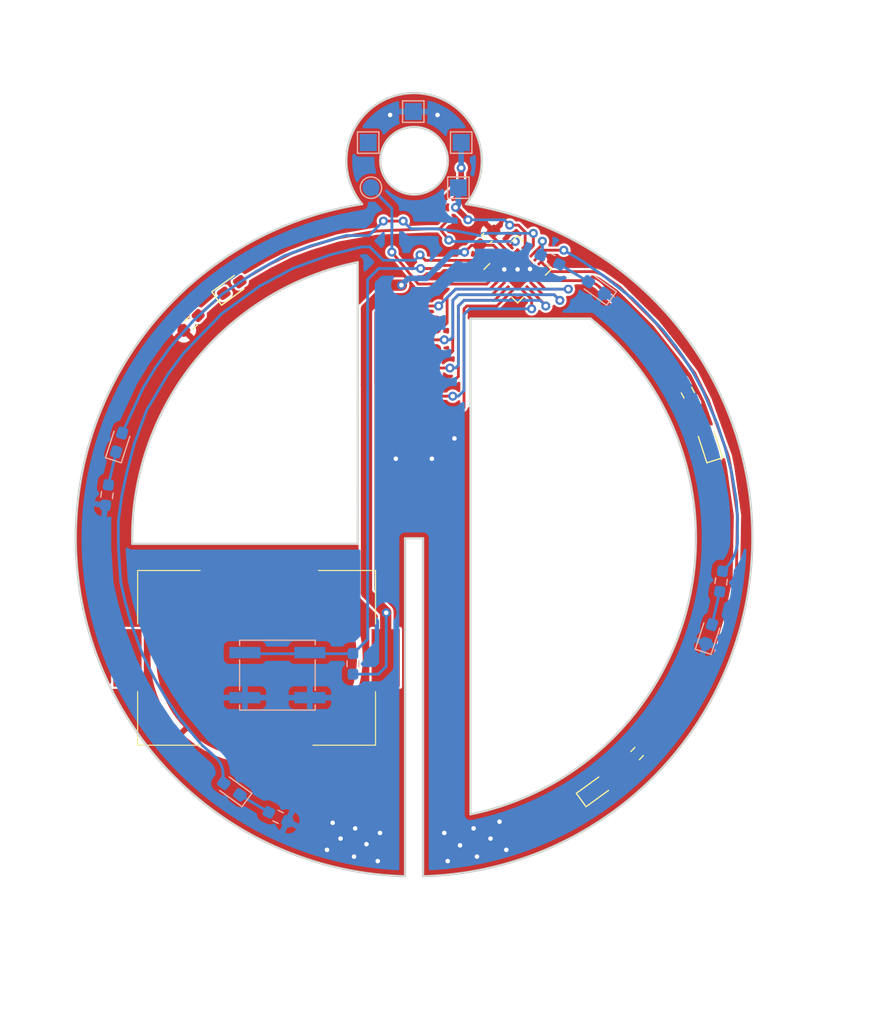
<source format=kicad_pcb>
(kicad_pcb (version 20211014) (generator pcbnew)
  (layers (0 "F.Cu" signal) (31 "B.Cu" signal) (34 "B.Paste" user) (35 "F.Paste" user) (36 "B.SilkS" user "B.Silkscreen") (37 "F.SilkS" user "F.Silkscreen") (38 "B.Mask" user) (39 "F.Mask" user) (44 "Edge.Cuts" user))
  (net 0 "")
  (net 1 "+3V0")
  (net 2 "GND")
  (net 3 "Net-(D9-Pad1)")
  (net 4 "Net-(D11-Pad2)")
  (net 5 "Net-(D12-Pad2)")
  (net 6 "Net-(D14-Pad2)")
  (net 7 "/Main Half/!MCLR")
  (net 8 "/Main Half/LED_13")
  (net 9 "/Main Half/LED_12")
  (net 10 "/Main Half/LED_11")
  (net 11 "/Main Half/LED_14")
  (net 12 "/Main Half/LED_15")
  (net 13 "/Main Half/USER_BTN")
  (net 14 "/Main Half/LED_7")
  (net 15 "/Main Half/LED_6")
  (net 16 "/Main Half/LED_5")
  (net 17 "/Main Half/LED_10")
  (net 18 "/Main Half/LED_9")
  (net 19 "/Main Half/LED_8")
  (net 20 "/Main Half/LED_2")
  (net 21 "/Main Half/LED_1")
  (net 22 "/Main Half/LED_0")
  (net 23 "/Main Half/LED_3")
  (net 24 "/Main Half/PGD")
  (net 25 "/Main Half/PGC")
  (net 26 "/Main Half/VDD")
  (net 27 "Net-(D10-Pad1)")
  (net 28 "Net-(D15-Pad2)")
  (net 29 "Net-(D16-Pad1)")
  (net 30 "Net-(IC1-Pad15)")
  (footprint "NetTie:NetTie-2_SMD_Pad0.5mm" (layer "F.Cu") (at 128.412372 65.47216 -45)
    (fp_text reference "NT1" hide)
    (fp_text value "NetTie_2" hide)
    (fp_poly (pts (xy -0.5 -0.25) (xy 0.5 -0.25) (xy 0.5 0.25) (xy -0.5 0.25)) (layer "F.Cu") (width 0) (fill solid))
    (pad "1" smd circle (at -0.5 0 315) (size 0.5 0.5) (layers "F.Cu") (net 24 "/Main Half/PGD"))
    (pad "2" smd circle (at 0.5 0 315) (size 0.5 0.5) (layers "F.Cu") (net 22 "/Main Half/LED_0"))
  )
  (footprint "LED_SMD:LED_0603_1608Metric_Pad1.05x0.95mm_HandSolder" (layer "F.Cu") (at 109.568278 71.829293 36)
    (fp_text reference "D9")
    (fp_text value "LED")
    (fp_line (start -1.66 0.735) (end 0.8 0.735) (layer "F.SilkS") (width 0.12))
    (fp_line (start 0.8 -0.735) (end -1.66 -0.735) (layer "F.SilkS") (width 0.12))
    (fp_line (start -1.66 -0.735) (end -1.66 0.735) (layer "F.SilkS") (width 0.12))
    (pad "1" smd roundrect (at -0.875 0 36) (size 1.05 0.95) (layers "F.Cu" "F.Paste" "F.Mask") (net 3 "Net-(D9-Pad1)"))
    (pad "2" smd roundrect (at 0.875 0 36) (size 1.05 0.95) (layers "F.Cu" "F.Paste" "F.Mask") (net 22 "/Main Half/LED_0"))
  )
  (footprint "LED_SMD:LED_0603_1608Metric_Pad1.05x0.95mm_HandSolder" (layer "F.Cu") (at 141.896466 116.325227 36)
    (fp_text reference "D12")
    (fp_text value "LED")
    (fp_line (start -1.66 -0.735) (end -1.66 0.735) (layer "F.SilkS") (width 0.12))
    (fp_line (start 0.8 -0.735) (end -1.66 -0.735) (layer "F.SilkS") (width 0.12))
    (fp_line (start -1.66 0.735) (end 0.8 0.735) (layer "F.SilkS") (width 0.12))
    (pad "1" smd roundrect (at -0.875 0 36) (size 1.05 0.95) (layers "F.Cu" "F.Paste" "F.Mask") (net 2 "GND"))
    (pad "2" smd roundrect (at 0.875 0 36) (size 1.05 0.95) (layers "F.Cu" "F.Paste" "F.Mask") (net 5 "Net-(D12-Pad2)"))
  )
  (footprint "NetTie:NetTie-2_SMD_Pad0.5mm" (layer "F.Cu") (at 130.162372 65.47216 -45)
    (fp_text reference "NT2" hide)
    (fp_text value "NetTie_2" hide)
    (fp_poly (pts (xy -0.5 -0.25) (xy 0.5 -0.25) (xy 0.5 0.25) (xy -0.5 0.25)) (layer "F.Cu") (width 0) (fill solid))
    (pad "1" smd circle (at -0.5 0 315) (size 0.5 0.5) (layers "F.Cu") (net 25 "/Main Half/PGC"))
    (pad "2" smd circle (at 0.5 0 315) (size 0.5 0.5) (layers "F.Cu") (net 30 "Net-(IC1-Pad15)"))
  )
  (footprint "LED_SMD:LED_0603_1608Metric_Pad1.05x0.95mm_HandSolder" (layer "F.Cu") (at 151.886426 85.579293 108)
    (fp_text reference "D14")
    (fp_text value "LED")
    (fp_line (start 0.8 -0.735) (end -1.66 -0.735) (layer "F.SilkS") (width 0.12))
    (fp_line (start -1.66 0.735) (end 0.8 0.735) (layer "F.SilkS") (width 0.12))
    (fp_line (start -1.66 -0.735) (end -1.66 0.735) (layer "F.SilkS") (width 0.12))
    (pad "1" smd roundrect (at -0.875 0 108) (size 1.05 0.95) (layers "F.Cu" "F.Paste" "F.Mask") (net 2 "GND"))
    (pad "2" smd roundrect (at 0.875 0 108) (size 1.05 0.95) (layers "F.Cu" "F.Paste" "F.Mask") (net 6 "Net-(D14-Pad2)"))
  )
  (footprint "Capacitor_SMD:C_0603_1608Metric_Pad1.08x0.95mm_HandSolder" (layer "F.Cu") (at 132.162372 67.47216 45)
    (fp_text reference "C1")
    (fp_text value "100n" hide)
    (fp_line (start -0.146267 0.51) (end 0.146267 0.51) (layer "F.SilkS") (width 0.12))
    (fp_line (start -0.146267 -0.51) (end 0.146267 -0.51) (layer "F.SilkS") (width 0.12))
    (pad "1" smd roundrect (at -0.8625 0 45) (size 1.075 0.95) (layers "F.Cu" "F.Paste" "F.Mask") (net 1 "+3V0"))
    (pad "2" smd roundrect (at 0.8625 0 45) (size 1.075 0.95) (layers "F.Cu" "F.Paste" "F.Mask") (net 2 "GND"))
  )
  (footprint "conn:main_conn_5x2" (layer "F.Cu") (at 125.732372 72.57716)
    (fp_text reference "J2" hide)
    (fp_text value "Main Side" hide)
    (pad "1" smd roundrect (at -1.6 2.54) (size 1.6 1.6) (layers "F.Cu" "F.Paste" "F.Mask") (net 19 "/Main Half/LED_8"))
    (pad "2" smd roundrect (at 1.6 2.54) (size 1.6 1.6) (layers "F.Cu" "F.Paste" "F.Mask") (net 9 "/Main Half/LED_12"))
    (pad "3" smd roundrect (at -1.6 5.08) (size 1.6 1.6) (layers "F.Cu" "F.Paste" "F.Mask") (net 18 "/Main Half/LED_9"))
    (pad "4" smd roundrect (at 1.6 5.08) (size 1.6 1.6) (layers "F.Cu" "F.Paste" "F.Mask") (net 8 "/Main Half/LED_13"))
    (pad "5" smd roundrect (at -1.6 7.62) (size 1.6 1.6) (layers "F.Cu" "F.Paste" "F.Mask") (net 17 "/Main Half/LED_10"))
    (pad "6" smd roundrect (at 1.6 7.62) (size 1.6 1.6) (layers "F.Cu" "F.Paste" "F.Mask") (net 11 "/Main Half/LED_14"))
    (pad "7" smd roundrect (at -1.6 10.16) (size 1.6 1.6) (layers "F.Cu" "F.Paste" "F.Mask") (net 10 "/Main Half/LED_11"))
    (pad "8" smd roundrect (at 1.6 10.16) (size 1.6 1.6) (layers "F.Cu" "F.Paste" "F.Mask") (net 12 "/Main Half/LED_15"))
    (pad "9" smd roundrect (at -1.6 12.7) (size 1.6 1.6) (layers "F.Cu" "F.Paste" "F.Mask") (net 2 "GND"))
    (pad "10" smd roundrect (at 1.6 12.7) (size 1.6 1.6) (layers "F.Cu" "F.Paste" "F.Mask") (net 2 "GND"))
  )
  (footprint "Package_DFN_QFN:QFN-20-1EP_4x4mm_P0.5mm_EP2.7x2.7mm" (layer "F.Cu") (at 134.912372 70.22216 45)
    (fp_text reference "IC1")
    (fp_text value "PIC16F18044-I_ML" hide)
    (fp_line (start 2.11 2.11) (end 2.11 1.385) (layer "F.SilkS") (width 0.12))
    (fp_line (start -1.385 -2.11) (end -2.11 -2.11) (layer "F.SilkS") (width 0.12))
    (fp_line (start -2.11 2.11) (end -2.11 1.385) (layer "F.SilkS") (width 0.12))
    (fp_line (start 1.385 -2.11) (end 2.11 -2.11) (layer "F.SilkS") (width 0.12))
    (fp_line (start 2.11 -2.11) (end 2.11 -1.385) (layer "F.SilkS") (width 0.12))
    (fp_line (start 1.385 2.11) (end 2.11 2.11) (layer "F.SilkS") (width 0.12))
    (fp_line (start -1.385 2.11) (end -2.11 2.11) (layer "F.SilkS") (width 0.12))
    (pad "1" smd roundrect (at -1.95 -1 45) (size 0.8 0.25) (layers "F.Cu" "F.Paste" "F.Mask") (net 7 "/Main Half/!MCLR"))
    (pad "2" smd roundrect (at -1.95 -0.5 45) (size 0.8 0.25) (layers "F.Cu" "F.Paste" "F.Mask") (net 9 "/Main Half/LED_12"))
    (pad "3" smd roundrect (at -1.95 0 45) (size 0.8 0.25) (layers "F.Cu" "F.Paste" "F.Mask") (net 8 "/Main Half/LED_13"))
    (pad "4" smd roundrect (at -1.95 0.5 45) (size 0.8 0.25) (layers "F.Cu" "F.Paste" "F.Mask") (net 11 "/Main Half/LED_14"))
    (pad "5" smd roundrect (at -1.95 1 45) (size 0.8 0.25) (layers "F.Cu" "F.Paste" "F.Mask") (net 12 "/Main Half/LED_15"))
    (pad "6" smd roundrect (at -1 1.95 45) (size 0.25 0.8) (layers "F.Cu" "F.Paste" "F.Mask") (net 10 "/Main Half/LED_11"))
    (pad "7" smd roundrect (at -0.5 1.95 45) (size 0.25 0.8) (layers "F.Cu" "F.Paste" "F.Mask") (net 17 "/Main Half/LED_10"))
    (pad "8" smd roundrect (at 0 1.95 45) (size 0.25 0.8) (layers "F.Cu" "F.Paste" "F.Mask") (net 18 "/Main Half/LED_9"))
    (pad "9" smd roundrect (at 0.5 1.95 45) (size 0.25 0.8) (layers "F.Cu" "F.Paste" "F.Mask") (net 19 "/Main Half/LED_8"))
    (pad "10" smd roundrect (at 1 1.95 45) (size 0.25 0.8) (layers "F.Cu" "F.Paste" "F.Mask") (net 16 "/Main Half/LED_5"))
    (pad "11" smd roundrect (at 1.95 1 45) (size 0.8 0.25) (layers "F.Cu" "F.Paste" "F.Mask") (net 23 "/Main Half/LED_3"))
    (pad "12" smd roundrect (at 1.95 0.5 45) (size 0.8 0.25) (layers "F.Cu" "F.Paste" "F.Mask") (net 15 "/Main Half/LED_6"))
    (pad "13" smd roundrect (at 1.95 0 45) (size 0.8 0.25) (layers "F.Cu" "F.Paste" "F.Mask") (net 20 "/Main Half/LED_2"))
    (pad "14" smd roundrect (at 1.95 -0.5 45) (size 0.8 0.25) (layers "F.Cu" "F.Paste" "F.Mask") (net 14 "/Main Half/LED_7"))
    (pad "15" smd roundrect (at 1.95 -1 45) (size 0.8 0.25) (layers "F.Cu" "F.Paste" "F.Mask") (net 30 "Net-(IC1-Pad15)"))
    (pad "16" smd roundrect (at 1 -1.95 45) (size 0.25 0.8) (layers "F.Cu" "F.Paste" "F.Mask") (net 22 "/Main Half/LED_0"))
    (pad "17" smd roundrect (at 0.5 -1.95 45) (size 0.25 0.8) (layers "F.Cu" "F.Paste" "F.Mask") (net 2 "GND"))
    (pad "18" smd roundrect (at 0 -1.95 45) (size 0.25 0.8) (layers "F.Cu" "F.Paste" "F.Mask") (net 1 "+3V0"))
    (pad "19" smd roundrect (at -0.5 -1.95 45) (size 0.25 0.8) (layers "F.Cu" "F.Paste" "F.Mask") (net 21 "/Main Half/LED_1"))
    (pad "20" smd roundrect (at -1 -1.95 45) (size 0.25 0.8) (layers "F.Cu" "F.Paste" "F.Mask") (net 13 "/Main Half/USER_BTN"))
    (pad "21" smd rect (at 0 0 45) (size 2.7 2.7) (layers "F.Cu" "F.Mask") (net 2 "GND"))
  )
  (footprint "BAT-HLD-001:BATHLD001" (layer "F.Cu") (at 111.765927 104.688288 180)
    (fp_text reference "BT1")
    (fp_text value "CR2032" hide)
    (fp_line (start 5 7.75) (end 10.55 7.75) (layer "F.SilkS") (width 0.1))
    (fp_line (start -10.55 -3) (end -10.55 -7.75) (layer "F.SilkS") (width 0.1))
    (fp_line (start -10.55 7.75) (end -5.5 7.75) (layer "F.SilkS") (width 0.1))
    (fp_line (start -10.55 -7.75) (end -5 -7.75) (layer "F.SilkS") (width 0.1))
    (fp_line (start -10.55 3) (end -10.55 7.75) (layer "F.SilkS") (width 0.1))
    (fp_line (start 10.55 -7.75) (end 10.55 -3) (layer "F.SilkS") (width 0.1))
    (fp_line (start 10.55 7.75) (end 10.55 3) (layer "F.SilkS") (width 0.1))
    (fp_line (start 5 -7.75) (end 10.55 -7.75) (layer "F.SilkS") (width 0.1))
    (pad "1" smd rect (at 11.45 0 180) (size 2.5 5.1) (layers "F.Cu" "F.Paste" "F.Mask") (net 1 "+3V0"))
    (pad "1" smd rect (at -11.45 0 180) (size 2.5 5.1) (layers "F.Cu" "F.Paste" "F.Mask") (net 1 "+3V0"))
    (pad "2" smd circle (at 0 0 270) (size 17.8 17.8) (layers "F.Cu" "F.Paste" "F.Mask") (net 2 "GND"))
  )
  (footprint "Resistor_SMD:R_0603_1608Metric_Pad0.98x0.95mm_HandSolder" (layer "F.Cu") (at 145.514217 113.180365 46)
    (fp_text reference "R13")
    (fp_text value "R_Small")
    (fp_line (start -0.254724 0.5225) (end 0.254724 0.5225) (layer "F.SilkS") (width 0.12))
    (fp_line (start -0.254724 -0.5225) (end 0.254724 -0.5225) (layer "F.SilkS") (width 0.12))
    (pad "1" smd roundrect (at -0.9125 0 46) (size 0.975 0.95) (layers "F.Cu" "F.Paste" "F.Mask") (net 5 "Net-(D12-Pad2)"))
    (pad "2" smd roundrect (at 0.9125 0 46) (size 0.975 0.95) (layers "F.Cu" "F.Paste" "F.Mask") (net 23 "/Main Half/LED_3"))
  )
  (footprint "Resistor_SMD:R_0603_1608Metric_Pad0.98x0.95mm_HandSolder" (layer "F.Cu") (at 105.950527 74.974155 -134)
    (fp_text reference "R10")
    (fp_text value "R_Small")
    (fp_line (start -0.254724 -0.5225) (end 0.254724 -0.5225) (layer "F.SilkS") (width 0.12))
    (fp_line (start -0.254724 0.5225) (end 0.254724 0.5225) (layer "F.SilkS") (width 0.12))
    (pad "1" smd roundrect (at -0.9125 0 226) (size 0.975 0.95) (layers "F.Cu" "F.Paste" "F.Mask") (net 3 "Net-(D9-Pad1)"))
    (pad "2" smd roundrect (at 0.9125 0 226) (size 0.975 0.95) (layers "F.Cu" "F.Paste" "F.Mask") (net 2 "GND"))
  )
  (footprint "Resistor_SMD:R_0603_1608Metric_Pad0.98x0.95mm_HandSolder" (layer "F.Cu") (at 150.013431 81.166792 118)
    (fp_text reference "R15")
    (fp_text value "R_Small")
    (fp_line (start -0.254724 -0.5225) (end 0.254724 -0.5225) (layer "F.SilkS") (width 0.12))
    (fp_line (start -0.254724 0.5225) (end 0.254724 0.5225) (layer "F.SilkS") (width 0.12))
    (pad "1" smd roundrect (at -0.9125 0 118) (size 0.975 0.95) (layers "F.Cu" "F.Paste" "F.Mask") (net 6 "Net-(D14-Pad2)"))
    (pad "2" smd roundrect (at 0.9125 0 118) (size 0.975 0.95) (layers "F.Cu" "F.Paste" "F.Mask") (net 16 "/Main Half/LED_5"))
  )
  (footprint "LED_SMD:LED_0603_1608Metric_Pad1.05x0.95mm_HandSolder" (layer "B.Cu") (at 99.578318 85.579293 72)
    (fp_text reference "D16")
    (fp_text value "LED")
    (fp_line (start -1.66 -0.735) (end 0.8 -0.735) (layer "B.SilkS") (width 0.12))
    (fp_line (start -1.66 0.735) (end -1.66 -0.735) (layer "B.SilkS") (width 0.12))
    (fp_line (start 0.8 0.735) (end -1.66 0.735) (layer "B.SilkS") (width 0.12))
    (pad "1" smd roundrect (at -0.875 0 72) (size 1.05 0.95) (layers "B.Cu" "B.Paste" "B.Mask") (net 29 "Net-(D16-Pad1)"))
    (pad "2" smd roundrect (at 0.875 0 72) (size 1.05 0.95) (layers "B.Cu" "B.Paste" "B.Mask") (net 14 "/Main Half/LED_7"))
  )
  (footprint "Resistor_SMD:R_0603_1608Metric_Pad0.98x0.95mm_HandSolder" (layer "B.Cu") (at 137.787579 69.360424 154)
    (fp_text reference "R12")
    (fp_text value "R_Small")
    (fp_line (start -0.254724 -0.5225) (end 0.254724 -0.5225) (layer "B.SilkS") (width 0.12))
    (fp_line (start -0.254724 0.5225) (end 0.254724 0.5225) (layer "B.SilkS") (width 0.12))
    (pad "1" smd roundrect (at -0.9125 0 154) (size 0.975 0.95) (layers "B.Cu" "B.Paste" "B.Mask") (net 4 "Net-(D11-Pad2)"))
    (pad "2" smd roundrect (at 0.9125 0 154) (size 0.975 0.95) (layers "B.Cu" "B.Paste" "B.Mask") (net 20 "/Main Half/LED_2"))
  )
  (footprint "TestPoint:TestPoint_Pad_1.5x1.5mm" (layer "B.Cu") (at 121.662372 58.97216)
    (fp_text reference "TP2" hide)
    (fp_text value "TestPoint" hide)
    (fp_line (start -0.95 0.95) (end 0.95 0.95) (layer "B.SilkS") (width 0.12))
    (fp_line (start 0.95 -0.95) (end -0.95 -0.95) (layer "B.SilkS") (width 0.12))
    (fp_line (start -0.95 -0.95) (end -0.95 0.95) (layer "B.SilkS") (width 0.12))
    (fp_line (start 0.95 0.95) (end 0.95 -0.95) (layer "B.SilkS") (width 0.12))
    (pad "1" smd rect (at 0 0) (size 1.5 1.5) (layers "B.Cu" "B.Mask") (net 26 "/Main Half/VDD"))
  )
  (footprint "TestPoint:TestPoint_Pad_1.5x1.5mm" (layer "B.Cu") (at 125.662372 56.22216)
    (fp_text reference "TP3" hide)
    (fp_text value "TestPoint" hide)
    (fp_line (start 0.95 -0.95) (end -0.95 -0.95) (layer "B.SilkS") (width 0.12))
    (fp_line (start 0.95 0.95) (end 0.95 -0.95) (layer "B.SilkS") (width 0.12))
    (fp_line (start -0.95 0.95) (end 0.95 0.95) (layer "B.SilkS") (width 0.12))
    (fp_line (start -0.95 -0.95) (end -0.95 0.95) (layer "B.SilkS") (width 0.12))
    (pad "1" smd rect (at 0 0) (size 1.5 1.5) (layers "B.Cu" "B.Mask") (net 2 "GND"))
  )
  (footprint "Resistor_SMD:R_0603_1608Metric_Pad0.98x0.95mm_HandSolder" (layer "B.Cu") (at 98.5 90.25 -98)
    (fp_text reference "R17")
    (fp_text value "R_Small")
    (fp_line (start -0.254724 -0.5225) (end 0.254724 -0.5225) (layer "B.SilkS") (width 0.12))
    (fp_line (start -0.254724 0.5225) (end 0.254724 0.5225) (layer "B.SilkS") (width 0.12))
    (pad "1" smd roundrect (at -0.9125 0 262) (size 0.975 0.95) (layers "B.Cu" "B.Paste" "B.Mask") (net 29 "Net-(D16-Pad1)"))
    (pad "2" smd roundrect (at 0.9125 0 262) (size 0.975 0.95) (layers "B.Cu" "B.Paste" "B.Mask") (net 2 "GND"))
  )
  (footprint "TestPoint:TestPoint_Pad_D1.5mm" (layer "B.Cu") (at 121.912372 62.97216)
    (fp_text reference "TP1" hide)
    (fp_text value "TestPoint" hide)
    (fp_circle (center 0 0) (end 0 -0.95) (layer "B.SilkS") (width 0.12) (fill none))
    (pad "1" smd circle (at 0 0) (size 1.5 1.5) (layers "B.Cu" "B.Mask") (net 7 "/Main Half/!MCLR"))
  )
  (footprint "TestPoint:TestPoint_Pad_1.5x1.5mm" (layer "B.Cu") (at 129.662372 62.97216)
    (fp_text reference "TP5" hide)
    (fp_text value "TestPoint" hide)
    (fp_line (start -0.95 0.95) (end 0.95 0.95) (layer "B.SilkS") (width 0.12))
    (fp_line (start 0.95 -0.95) (end -0.95 -0.95) (layer "B.SilkS") (width 0.12))
    (fp_line (start 0.95 0.95) (end 0.95 -0.95) (layer "B.SilkS") (width 0.12))
    (fp_line (start -0.95 -0.95) (end -0.95 0.95) (layer "B.SilkS") (width 0.12))
    (pad "1" smd rect (at 0 0) (size 1.5 1.5) (layers "B.Cu" "B.Mask") (net 25 "/Main Half/PGC"))
  )
  (footprint "LED_SMD:LED_0603_1608Metric_Pad1.05x0.95mm_HandSolder" (layer "B.Cu") (at 109.568278 116.325227 144)
    (fp_text reference "D10")
    (fp_text value "LED")
    (fp_line (start -1.66 -0.735) (end 0.8 -0.735) (layer "B.SilkS") (width 0.12))
    (fp_line (start -1.66 0.735) (end -1.66 -0.735) (layer "B.SilkS") (width 0.12))
    (fp_line (start 0.8 0.735) (end -1.66 0.735) (layer "B.SilkS") (width 0.12))
    (pad "1" smd roundrect (at -0.875 0 144) (size 1.05 0.95) (layers "B.Cu" "B.Paste" "B.Mask") (net 27 "Net-(D10-Pad1)"))
    (pad "2" smd roundrect (at 0.875 0 144) (size 1.05 0.95) (layers "B.Cu" "B.Paste" "B.Mask") (net 21 "/Main Half/LED_1"))
  )
  (footprint "Resistor_SMD:R_0603_1608Metric_Pad0.98x0.95mm_HandSolder" (layer "B.Cu") (at 113.677165 118.794096 -26)
    (fp_text reference "R11")
    (fp_text value "R_Small")
    (fp_line (start -0.254724 -0.5225) (end 0.254724 -0.5225) (layer "B.SilkS") (width 0.12))
    (fp_line (start -0.254724 0.5225) (end 0.254724 0.5225) (layer "B.SilkS") (width 0.12))
    (pad "1" smd roundrect (at -0.9125 0 334) (size 0.975 0.95) (layers "B.Cu" "B.Paste" "B.Mask") (net 27 "Net-(D10-Pad1)"))
    (pad "2" smd roundrect (at 0.9125 0 334) (size 0.975 0.95) (layers "B.Cu" "B.Paste" "B.Mask") (net 2 "GND"))
  )
  (footprint "LED_SMD:LED_0603_1608Metric_Pad1.05x0.95mm_HandSolder" (layer "B.Cu") (at 151.886426 102.575227 72)
    (fp_text reference "D15")
    (fp_text value "LED")
    (fp_line (start -1.66 0.735) (end -1.66 -0.735) (layer "B.SilkS") (width 0.12))
    (fp_line (start -1.66 -0.735) (end 0.8 -0.735) (layer "B.SilkS") (width 0.12))
    (fp_line (start 0.8 0.735) (end -1.66 0.735) (layer "B.SilkS") (width 0.12))
    (pad "1" smd roundrect (at -0.875 0 72) (size 1.05 0.95) (layers "B.Cu" "B.Paste" "B.Mask") (net 2 "GND"))
    (pad "2" smd roundrect (at 0.875 0 72) (size 1.05 0.95) (layers "B.Cu" "B.Paste" "B.Mask") (net 28 "Net-(D15-Pad2)"))
  )
  (footprint "TestPoint:TestPoint_Pad_1.5x1.5mm" (layer "B.Cu") (at 129.912372 58.97216)
    (fp_text reference "TP4" hide)
    (fp_text value "TestPoint" hide)
    (fp_line (start 0.95 -0.95) (end -0.95 -0.95) (layer "B.SilkS") (width 0.12))
    (fp_line (start -0.95 0.95) (end 0.95 0.95) (layer "B.SilkS") (width 0.12))
    (fp_line (start 0.95 0.95) (end 0.95 -0.95) (layer "B.SilkS") (width 0.12))
    (fp_line (start -0.95 -0.95) (end -0.95 0.95) (layer "B.SilkS") (width 0.12))
    (pad "1" smd rect (at 0 0) (size 1.5 1.5) (layers "B.Cu" "B.Mask") (net 24 "/Main Half/PGD"))
  )
  (footprint "Resistor_SMD:R_0603_1608Metric_Pad0.98x0.95mm_HandSolder" (layer "B.Cu") (at 120.312372 105.22216 90)
    (fp_text reference "R9")
    (fp_text value "47k")
    (fp_line (start -0.254724 -0.5225) (end 0.254724 -0.5225) (layer "B.SilkS") (width 0.12))
    (fp_line (start -0.254724 0.5225) (end 0.254724 0.5225) (layer "B.SilkS") (width 0.12))
    (pad "1" smd roundrect (at -0.9125 0 90) (size 0.975 0.95) (layers "B.Cu" "B.Paste" "B.Mask") (net 1 "+3V0"))
    (pad "2" smd roundrect (at 0.9125 0 90) (size 0.975 0.95) (layers "B.Cu" "B.Paste" "B.Mask") (net 13 "/Main Half/USER_BTN"))
  )
  (footprint "LED_SMD:LED_0603_1608Metric_Pad1.05x0.95mm_HandSolder" (layer "B.Cu") (at 141.896466 71.829293 144)
    (fp_text reference "D11")
    (fp_text value "LED")
    (fp_line (start 0.8 0.735) (end -1.66 0.735) (layer "B.SilkS") (width 0.12))
    (fp_line (start -1.66 -0.735) (end 0.8 -0.735) (layer "B.SilkS") (width 0.12))
    (fp_line (start -1.66 0.735) (end -1.66 -0.735) (layer "B.SilkS") (width 0.12))
    (pad "1" smd roundrect (at -0.875 0 144) (size 1.05 0.95) (layers "B.Cu" "B.Paste" "B.Mask") (net 2 "GND"))
    (pad "2" smd roundrect (at 0.875 0 144) (size 1.05 0.95) (layers "B.Cu" "B.Paste" "B.Mask") (net 4 "Net-(D11-Pad2)"))
  )
  (footprint "Button_Switch_SMD:SW_SPST_EVQP0" (layer "B.Cu") (at 113.612372 106.22216)
    (fp_text reference "SW1")
    (fp_text value "SW_Push")
    (fp_line (start -3.35 2.65) (end -3.35 3.1) (layer "B.SilkS") (width 0.12))
    (fp_line (start 3.35 -3.1) (end 3.35 -2.7) (layer "B.SilkS") (width 0.12))
    (fp_line (start -3.35 -3.1) (end 3.35 -3.1) (layer "B.SilkS") (width 0.12))
    (fp_line (start 3.35 3.1) (end 3.35 2.65) (layer "B.SilkS") (width 0.12))
    (fp_line (start -3.35 -1.35) (end -3.35 1.35) (layer "B.SilkS") (width 0.12))
    (fp_line (start 3.35 1.35) (end 3.35 -1.35) (layer "B.SilkS") (width 0.12))
    (fp_line (start -3.35 -2.65) (end -3.35 -3.1) (layer "B.SilkS") (width 0.12))
    (fp_line (start -3.35 3.1) (end 3.35 3.1) (layer "B.SilkS") (width 0.12))
    (pad "1" smd rect (at -2.88 2) (size 2.75 1) (layers "B.Cu" "B.Paste" "B.Mask") (net 2 "GND"))
    (pad "1" smd rect (at 2.88 2) (size 2.75 1) (layers "B.Cu" "B.Paste" "B.Mask") (net 2 "GND"))
    (pad "2" smd rect (at -2.88 -2) (size 2.75 1) (layers "B.Cu" "B.Paste" "B.Mask") (net 13 "/Main Half/USER_BTN"))
    (pad "2" smd rect (at 2.88 -2) (size 2.75 1) (layers "B.Cu" "B.Paste" "B.Mask") (net 13 "/Main Half/USER_BTN"))
  )
  (footprint "Resistor_SMD:R_0603_1608Metric_Pad0.98x0.95mm_HandSolder" (layer "B.Cu") (at 152.964744 97.90452 82)
    (fp_text reference "R16")
    (fp_text value "R_Small")
    (fp_line (start -0.254724 -0.5225) (end 0.254724 -0.5225) (layer "B.SilkS") (width 0.12))
    (fp_line (start -0.254724 0.5225) (end 0.254724 0.5225) (layer "B.SilkS") (width 0.12))
    (pad "1" smd roundrect (at -0.9125 0 82) (size 0.975 0.95) (layers "B.Cu" "B.Paste" "B.Mask") (net 28 "Net-(D15-Pad2)"))
    (pad "2" smd roundrect (at 0.9125 0 82) (size 0.975 0.95) (layers "B.Cu" "B.Paste" "B.Mask") (net 15 "/Main Half/LED_6"))
  )
  (gr_arc (start 95.793156 95.986013) (mid 102.340459 75.293799) (end 121.130439 64.432327) (layer "Edge.Cuts") (width 0.2))
  (gr_line (start 120.735329 94.572024) (end 100.737927 94.572024) (layer "Edge.Cuts") (width 0.2))
  (gr_arc (start 129.847682 56.216105) (mid 131.721874 60.227624) (end 130.334306 64.432327) (layer "Edge.Cuts") (width 0.2))
  (gr_line (start 126.532372 124.066594) (end 126.532372 94.077262) (layer "Edge.Cuts") (width 0.2))
  (gr_line (start 126.532372 94.077262) (end 124.932372 94.077262) (layer "Edge.Cuts") (width 0.2))
  (gr_line (start 124.932372 94.077262) (end 124.932372 124.066594) (layer "Edge.Cuts") (width 0.2))
  (gr_line (start 130.732372 118.57216) (end 130.732372 74.582365) (layer "Edge.Cuts") (width 0.2))
  (gr_arc (start 128.732372 60.582365) (mid 127.85369 62.703683) (end 125.732372 63.582365) (layer "Edge.Cuts") (width 0.2))
  (gr_arc (start 121.617063 56.216105) (mid 125.732373 54.582365) (end 129.847682 56.216105) (layer "Edge.Cuts") (width 0.2))
  (gr_arc (start 122.732372 60.582365) (mid 123.611049 58.461042) (end 125.732372 57.582365) (layer "Edge.Cuts") (width 0.2))
  (gr_arc (start 124.932372 124.066594) (mid 104.9152 115.67924) (end 95.793156 95.986013) (layer "Edge.Cuts") (width 0.2))
  (gr_arc (start 125.732372 57.582365) (mid 127.853671 58.461059) (end 128.732372 60.582365) (layer "Edge.Cuts") (width 0.2))
  (gr_arc (start 155.671589 95.986013) (mid 146.549542 115.679239) (end 126.532372 124.066594) (layer "Edge.Cuts") (width 0.2))
  (gr_arc (start 125.732372 63.582365) (mid 123.611031 62.7037) (end 122.732372 60.582365) (layer "Edge.Cuts") (width 0.2))
  (gr_arc (start 141.383218 74.582365) (mid 149.396399 86.014155) (end 150.030312 99.9603) (layer "Edge.Cuts") (width 0.2))
  (gr_arc (start 121.130439 64.432327) (mid 119.742867 60.227624) (end 121.617063 56.216105) (layer "Edge.Cuts") (width 0.2))
  (gr_line (start 120.738378 69.582365) (end 120.735329 94.572024) (layer "Edge.Cuts") (width 0.2))
  (gr_arc (start 150.030312 99.9603) (mid 143.087274 112.07191) (end 130.732372 118.57216) (layer "Edge.Cuts") (width 0.2))
  (gr_arc (start 100.737927 94.572024) (mid 106.214503 78.456696) (end 120.738378 69.582365) (layer "Edge.Cuts") (width 0.2))
  (gr_line (start 130.732372 74.582365) (end 141.383218 74.582365) (layer "Edge.Cuts") (width 0.2))
  (gr_arc (start 130.334306 64.432327) (mid 149.124283 75.293801) (end 155.671589 95.986013) (layer "Edge.Cuts") (width 0.2))
  (segment (start 133.533514 68.843302) (end 132.772252 68.08204) (width 0.25) (layer "F.Cu") (net 1))
  (segment (start 121.515927 80.45797) (end 121.515927 98.938288) (width 1) (layer "F.Cu") (net 1))
  (segment (start 121.515927 98.938288) (end 123.215927 100.638288) (width 1) (layer "F.Cu") (net 1))
  (segment (start 123.612372 71.62216) (end 121.512372 73.72216) (width 1) (layer "F.Cu") (net 1))
  (segment (start 99.848708 103.407401) (end 101.02292 106.182038) (width 0.25) (layer "F.Cu") (net 1))
  (segment (start 124.612372 71.62216) (end 123.612372 71.62216) (width 1) (layer "F.Cu") (net 1))
  (segment (start 123.215927 101.238288) (end 123.215927 104.688288) (width 1) (layer "F.Cu") (net 1))
  (segment (start 121.512372 80.454415) (end 121.515927 80.45797) (width 1) (layer "F.Cu") (net 1))
  (segment (start 123.215927 100.638288) (end 123.215927 101.238288) (width 1) (layer "F.Cu") (net 1))
  (segment (start 132.772252 68.08204) (end 131.552492 68.08204) (width 0.25) (layer "F.Cu") (net 1))
  (segment (start 121.512372 73.72216) (end 121.512372 80.454415) (width 1) (layer "F.Cu") (net 1))
  (segment (start 131.552492 68.08204) (end 130.827992 68.08204) (width 0.25) (layer "F.Cu") (net 1))
  (segment (start 130.827992 68.08204) (end 130.212372 68.69766) (width 0.25) (layer "F.Cu") (net 1))
  (via (at 123.265927 100.688288) (size 0.8) (drill 0.4) (layers "F.Cu" "B.Cu") (net 1))
  (via (at 130.212372 68.69766) (size 0.8) (drill 0.4) (layers "F.Cu" "B.Cu") (net 1))
  (via (at 124.612372 71.62216) (size 0.8) (drill 0.4) (layers "F.Cu" "B.Cu") (net 1))
  (segment (start 124.612372 71.62216) (end 125.212372 71.02216) (width 0.5) (layer "B.Cu") (net 1))
  (segment (start 126.812372 71.02216) (end 129.136872 68.69766) (width 0.5) (layer "B.Cu") (net 1))
  (segment (start 129.136872 68.69766) (end 130.212372 68.69766) (width 0.5) (layer "B.Cu") (net 1))
  (segment (start 123.265927 105.438288) (end 123.265927 100.688288) (width 0.25) (layer "B.Cu") (net 1))
  (segment (start 120.312372 106.13466) (end 122.569555 106.13466) (width 0.25) (layer "B.Cu") (net 1))
  (segment (start 122.569555 106.13466) (end 123.265927 105.438288) (width 0.25) (layer "B.Cu") (net 1))
  (segment (start 125.212372 71.02216) (end 126.812372 71.02216) (width 0.5) (layer "B.Cu") (net 1))
  (segment (start 134.912372 70.22216) (end 134.912372 69.515053) (width 0.25) (layer "F.Cu") (net 2))
  (segment (start 134.912372 70.22216) (end 133.732055 70.22216) (width 0.25) (layer "F.Cu") (net 2))
  (segment (start 132.772252 67.374933) (end 133.887067 68.489748) (width 0.25) (layer "F.Cu") (net 2))
  (segment (start 132.772252 66.86228) (end 132.772252 67.374933) (width 0.25) (layer "F.Cu") (net 2))
  (segment (start 132.772252 67.445643) (end 132.772252 66.86228) (width 0.25) (layer "F.Cu") (net 2))
  (segment (start 134.912372 69.515053) (end 133.887067 68.489748) (width 0.25) (layer "F.Cu") (net 2))
  (via (at 129.812372 121.32216) (size 0.8) (drill 0.4) (layers "F.Cu" "B.Cu") (net 2))
  (via (at 128.412372 120.22216) (size 0.8) (drill 0.4) (layers "F.Cu" "B.Cu") (net 2))
  (via (at 124.112372 87.02216) (size 0.8) (drill 0.4) (layers "F.Cu" "B.Cu") (net 2))
  (via (at 120.512372 119.82216) (size 0.8) (drill 0.4) (layers "F.Cu" "B.Cu") (net 2))
  (via (at 122.512372 122.72216) (size 0.8) (drill 0.4) (layers "F.Cu" "B.Cu") (net 2))
  (via (at 131.012372 119.82216) (size 0.8) (drill 0.4) (layers "F.Cu" "B.Cu") (net 2))
  (via (at 127.812372 56.52216) (size 0.8) (drill 0.4) (layers "F.Cu" "B.Cu") (net 2))
  (via (at 131.312372 122.32216) (size 0.8) (drill 0.4) (layers "F.Cu" "B.Cu") (net 2))
  (via (at 121.512372 121.22216) (size 0.8) (drill 0.4) (layers "F.Cu" "B.Cu") (net 2))
  (via (at 119.212372 120.72216) (size 0.8) (drill 0.4) (layers "F.Cu" "B.Cu") (net 2))
  (via (at 123.612372 56.52216) (size 0.8) (drill 0.4) (layers "F.Cu" "B.Cu") (net 2))
  (via (at 133.732055 70.22216) (size 0.8) (drill 0.4) (layers "F.Cu" "B.Cu") (net 2))
  (via (at 132.512372 120.72216) (size 0.8) (drill 0.4) (layers "F.Cu" "B.Cu") (net 2))
  (via (at 118.512372 119.32216) (size 0.8) (drill 0.4) (layers "F.Cu" "B.Cu") (net 2))
  (via (at 129.312372 85.22216) (size 0.8) (drill 0.4) (layers "F.Cu" "B.Cu") (net 2))
  (via (at 134.912372 70.22216) (size 0.8) (drill 0.4) (layers "F.Cu" "B.Cu") (net 2))
  (via (at 127.312372 87.02216) (size 0.8) (drill 0.4) (layers "F.Cu" "B.Cu") (net 2))
  (via (at 133.312372 119.22216) (size 0.8) (drill 0.4) (layers "F.Cu" "B.Cu") (net 2))
  (via (at 120.412372 122.32216) (size 0.8) (drill 0.4) (layers "F.Cu" "B.Cu") (net 2))
  (via (at 136.015927 70.188288) (size 0.8) (drill 0.4) (layers "F.Cu" "B.Cu") (net 2))
  (via (at 133.912372 121.72216) (size 0.8) (drill 0.4) (layers "F.Cu" "B.Cu") (net 2))
  (via (at 122.712372 120.22216) (size 0.8) (drill 0.4) (layers "F.Cu" "B.Cu") (net 2))
  (via (at 128.712372 122.72216) (size 0.8) (drill 0.4) (layers "F.Cu" "B.Cu") (net 2))
  (via (at 118.012372 121.72216) (size 0.8) (drill 0.4) (layers "F.Cu" "B.Cu") (net 2))
  (segment (start 123.912372 56.22216) (end 123.612372 56.52216) (width 0.25) (layer "B.Cu") (net 2))
  (segment (start 125.662372 56.22216) (end 123.912372 56.22216) (width 0.25) (layer "B.Cu") (net 2))
  (segment (start 127.512372 56.22216) (end 127.812372 56.52216) (width 0.25) (layer "B.Cu") (net 2))
  (segment (start 125.662372 56.22216) (end 127.512372 56.22216) (width 0.25) (layer "B.Cu") (net 2))
  (segment (start 106.584403 74.317757) (end 108.860388 72.343605) (width 0.25) (layer "F.Cu") (net 3))
  (segment (start 138.607729 69.760438) (end 141.188576 71.314981) (width 0.25) (layer "B.Cu") (net 4))
  (segment (start 144.880341 113.836763) (end 142.604356 115.810915) (width 0.25) (layer "F.Cu") (net 5))
  (segment (start 150.441824 81.972482) (end 151.616036 84.747119) (width 0.25) (layer "F.Cu") (net 6))
  (segment (start 132.810304 70.893911) (end 132.826407 70.893911) (width 0.25) (layer "F.Cu") (net 7))
  (segment (start 132.182055 71.52216) (end 132.810304 70.893911) (width 0.25) (layer "F.Cu") (net 7))
  (segment (start 123.765927 68.688288) (end 126.099799 71.52216) (width 0.25) (layer "F.Cu") (net 7))
  (segment (start 126.099799 71.52216) (end 132.182055 71.52216) (width 0.25) (layer "F.Cu") (net 7))
  (via (at 123.765927 68.688288) (size 0.8) (drill 0.4) (layers "F.Cu" "B.Cu") (net 7))
  (segment (start 123.765927 64.825715) (end 121.912372 62.97216) (width 0.25) (layer "B.Cu") (net 7))
  (segment (start 123.765927 68.688288) (end 123.765927 64.825715) (width 0.25) (layer "B.Cu") (net 7))
  (segment (start 127.332372 77.65716) (end 128.977372 77.65716) (width 0.25) (layer "F.Cu") (net 8))
  (segment (start 129.162372 72.97216) (end 129.662372 72.47216) (width 0.25) (layer "F.Cu") (net 8))
  (segment (start 129.162372 77.47216) (end 129.162372 72.97216) (width 0.25) (layer "F.Cu") (net 8))
  (segment (start 128.977372 77.65716) (end 129.162372 77.47216) (width 0.25) (layer "F.Cu") (net 8))
  (segment (start 132.662372 72.47216) (end 133.533514 71.601018) (width 0.25) (layer "F.Cu") (net 8))
  (segment (start 129.662372 72.47216) (end 132.662372 72.47216) (width 0.25) (layer "F.Cu") (net 8))
  (segment (start 128.517372 75.11716) (end 128.662372 74.97216) (width 0.25) (layer "F.Cu") (net 9))
  (segment (start 129.412372 71.97216) (end 132.455265 71.97216) (width 0.25) (layer "F.Cu") (net 9))
  (segment (start 128.662372 72.72216) (end 129.412372 71.97216) (width 0.25) (layer "F.Cu") (net 9))
  (segment (start 128.662372 74.97216) (end 128.662372 72.72216) (width 0.25) (layer "F.Cu") (net 9))
  (segment (start 132.455265 71.97216) (end 133.17996 71.247465) (width 0.25) (layer "F.Cu") (net 9))
  (segment (start 127.332372 75.11716) (end 128.517372 75.11716) (width 0.25) (layer "F.Cu") (net 9))
  (segment (start 124.412372 81.47216) (end 124.132372 81.75216) (width 0.25) (layer "F.Cu") (net 10))
  (segment (start 129.162372 81.47216) (end 124.412372 81.47216) (width 0.25) (layer "F.Cu") (net 10))
  (segment (start 136.162372 73.72216) (end 136.162372 72.886374) (width 0.25) (layer "F.Cu") (net 10))
  (segment (start 124.132372 81.75216) (end 124.132372 82.73716) (width 0.25) (layer "F.Cu") (net 10))
  (segment (start 136.162372 72.886374) (end 135.584123 72.308125) (width 0.25) (layer "F.Cu") (net 10))
  (via (at 129.162372 81.47216) (size 0.8) (drill 0.4) (layers "F.Cu" "B.Cu") (net 10))
  (via (at 136.162372 73.72216) (size 0.8) (drill 0.4) (layers "F.Cu" "B.Cu") (net 10))
  (segment (start 129.162372 81.47216) (end 129.662372 81.47216) (width 0.25) (layer "B.Cu") (net 10))
  (segment (start 130.162372 74.22216) (end 130.662372 73.72216) (width 0.25) (layer "B.Cu") (net 10))
  (segment (start 130.662372 73.72216) (end 136.162372 73.72216) (width 0.25) (layer "B.Cu") (net 10))
  (segment (start 130.162372 80.97216) (end 130.162372 74.22216) (width 0.25) (layer "B.Cu") (net 10))
  (segment (start 129.662372 81.47216) (end 130.162372 80.97216) (width 0.25) (layer "B.Cu") (net 10))
  (segment (start 130.162372 72.97216) (end 132.869479 72.97216) (width 0.25) (layer "F.Cu") (net 11))
  (segment (start 127.332372 80.19716) (end 129.187372 80.19716) (width 0.25) (layer "F.Cu") (net 11))
  (segment (start 129.187372 80.19716) (end 129.662372 79.72216) (width 0.25) (layer "F.Cu") (net 11))
  (segment (start 129.662372 73.47216) (end 130.162372 72.97216) (width 0.25) (layer "F.Cu") (net 11))
  (segment (start 132.869479 72.97216) (end 133.887067 71.954572) (width 0.25) (layer "F.Cu") (net 11))
  (segment (start 129.662372 79.72216) (end 129.662372 73.47216) (width 0.25) (layer "F.Cu") (net 11))
  (segment (start 127.332372 82.73716) (end 129.897372 82.73716) (width 0.25) (layer "F.Cu") (net 12))
  (segment (start 130.162372 82.47216) (end 130.162372 73.72216) (width 0.25) (layer "F.Cu") (net 12))
  (segment (start 133.076586 73.47216) (end 134.240621 72.308125) (width 0.25) (layer "F.Cu") (net 12))
  (segment (start 130.412372 73.47216) (end 133.076586 73.47216) (width 0.25) (layer "F.Cu") (net 12))
  (segment (start 129.897372 82.73716) (end 130.162372 82.47216) (width 0.25) (layer "F.Cu") (net 12))
  (segment (start 130.162372 73.72216) (end 130.412372 73.47216) (width 0.25) (layer "F.Cu") (net 12))
  (segment (start 131.920519 69.550409) (end 132.826407 69.550409) (width 0.25) (layer "F.Cu") (net 13))
  (segment (start 127.912372 70.14666) (end 128.186872 69.87216) (width 0.25) (layer "F.Cu") (net 13))
  (segment (start 131.598768 69.87216) (end 131.920519 69.550409) (width 0.25) (layer "F.Cu") (net 13))
  (segment (start 126.312372 70.14666) (end 127.912372 70.14666) (width 0.25) (layer "F.Cu") (net 13))
  (segment (start 128.186872 69.87216) (end 131.598768 69.87216) (width 0.25) (layer "F.Cu") (net 13))
  (via (at 126.312372 70.14666) (size 0.8) (drill 0.4) (layers "F.Cu" "B.Cu") (net 13))
  (segment (start 122.587872 70.14666) (end 121.612372 71.12216) (width 0.25) (layer "B.Cu") (net 13))
  (segment (start 110.462372 104.32216) (end 116.762372 104.32216) (width 0.25) (layer "B.Cu") (net 13))
  (segment (start 120.324872 104.32216) (end 120.312372 104.30966) (width 0.25) (layer "B.Cu") (net 13))
  (segment (start 116.762372 104.32216) (end 120.299872 104.32216) (width 0.25) (layer "B.Cu") (net 13))
  (segment (start 126.312372 70.14666) (end 122.587872 70.14666) (width 0.25) (layer "B.Cu") (net 13))
  (segment (start 121.612372 71.12216) (end 121.612372 103.03466) (width 0.25) (layer "B.Cu") (net 13))
  (segment (start 121.612372 103.03466) (end 120.324872 104.32216) (width 0.25) (layer "B.Cu") (net 13))
  (segment (start 120.299872 104.32216) (end 120.312372 104.30966) (width 0.25) (layer "B.Cu") (net 13))
  (segment (start 136.312372 68.115053) (end 136.312372 67.02216) (width 0.25) (layer "F.Cu") (net 14))
  (segment (start 123.015927 65.938288) (end 124.765927 65.938288) (width 0.25) (layer "F.Cu") (net 14))
  (segment (start 135.937677 68.489748) (end 136.312372 68.115053) (width 0.25) (layer "F.Cu") (net 14))
  (via (at 123.015927 65.938288) (size 0.8) (drill 0.4) (layers "F.Cu" "B.Cu") (net 14))
  (via (at 124.765927 65.938288) (size 0.8) (drill 0.4) (layers "F.Cu" "B.Cu") (net 14))
  (via (at 136.312372 67.02216) (size 0.8) (drill 0.4) (layers "F.Cu" "B.Cu") (net 14))
  (segment (start 119.712372 67.22216) (end 121.732055 67.22216) (width 0.25) (layer "B.Cu") (net 14))
  (segment (start 101.712372 80.72216) (end 102.812372 78.92216) (width 0.25) (layer "B.Cu") (net 14))
  (segment (start 114.212372 69.02216) (end 116.612372 68.12216) (width 0.25) (layer "B.Cu") (net 14))
  (segment (start 127.612372 66.62216) (end 125.449799 66.62216) (width 0.25) (layer "B.Cu") (net 14))
  (segment (start 104.112372 77.12216) (end 106.112372 74.82216) (width 0.25) (layer "B.Cu") (net 14))
  (segment (start 102.812372 78.92216) (end 104.112372 77.12216) (width 0.25) (layer "B.Cu") (net 14))
  (segment (start 127.612372 66.62216) (end 129.512372 66.82216) (width 0.25) (layer "B.Cu") (net 14))
  (segment (start 129.512372 66.82216) (end 131.612372 67.22216) (width 0.25) (layer "B.Cu") (net 14))
  (segment (start 125.449799 66.62216) (end 124.765927 65.938288) (width 0.25) (layer "B.Cu") (net 14))
  (segment (start 136.312372 67.02216) (end 131.812372 67.02216) (width 0.25) (layer "B.Cu") (net 14))
  (segment (start 108.712372 72.42216) (end 111.712372 70.42216) (width 0.25) (layer "B.Cu") (net 14))
  (segment (start 111.712372 70.42216) (end 114.212372 69.02216) (width 0.25) (layer "B.Cu") (net 14))
  (segment (start 116.612372 68.12216) (end 119.712372 67.22216) (width 0.25) (layer "B.Cu") (net 14))
  (segment (start 99.848708 84.747119) (end 101.712372 80.72216) (width 0.25) (layer "B.Cu") (net 14))
  (segment (start 121.732055 67.22216) (end 123.015927 65.938288) (width 0.25) (layer "B.Cu") (net 14))
  (segment (start 131.812372 67.02216) (end 131.612372 67.22216) (width 0.25) (layer "B.Cu") (net 14))
  (segment (start 106.112372 74.82216) (end 108.712372 72.42216) (width 0.25) (layer "B.Cu") (net 14))
  (segment (start 137.312372 68.52216) (end 139.012372 68.52216) (width 0.25) (layer "F.Cu") (net 15))
  (segment (start 136.644784 69.196855) (end 136.644784 69.189748) (width 0.25) (layer "F.Cu") (net 15))
  (segment (start 136.644784 69.189748) (end 137.312372 68.52216) (width 0.25) (layer "F.Cu") (net 15))
  (via (at 139.012372 68.52216) (size 0.8) (drill 0.4) (layers "F.Cu" "B.Cu") (net 15))
  (segment (start 145.112372 72.82216) (end 146.112372 73.82216) (width 0.25) (layer "B.Cu") (net 15))
  (segment (start 150.512372 79.42216) (end 151.412372 81.12216) (width 0.25) (layer "B.Cu") (net 15))
  (segment (start 153.912372 88.32216) (end 154.312372 90.72216) (width 0.25) (layer "B.Cu") (net 15))
  (segment (start 151.412372 81.12216) (end 152.612372 83.92216) (width 0.25) (layer "B.Cu") (net 15))
  (segment (start 149.612372 78.02216) (end 150.512372 79.42216) (width 0.25) (layer "B.Cu") (net 15))
  (segment (start 154.312372 90.72216) (end 154.412372 92.32216) (width 0.25) (layer "B.Cu") (net 15))
  (segment (start 140.712372 69.52216) (end 142.712372 70.92216) (width 0.25) (layer "B.Cu") (net 15))
  (segment (start 153.312372 86.02216) (end 153.912372 88.32216) (width 0.25) (layer "B.Cu") (net 15))
  (segment (start 146.112372 73.82216) (end 147.812372 75.62216) (width 0.25) (layer "B.Cu") (net 15))
  (segment (start 139.012372 68.52216) (end 140.712372 69.52216) (width 0.25) (layer "B.Cu") (net 15))
  (segment (start 152.612372 83.92216) (end 153.312372 86.02216) (width 0.25) (layer "B.Cu") (net 15))
  (segment (start 154.412372 92.32216) (end 154.412372 94.42216) (width 0.25) (layer "B.Cu") (net 15))
  (segment (start 147.812372 75.62216) (end 148.912372 77.02216) (width 0.25) (layer "B.Cu") (net 15))
  (segment (start 148.912372 77.02216) (end 149.612372 78.02216) (width 0.25) (layer "B.Cu") (net 15))
  (segment (start 142.712372 70.92216) (end 145.112372 72.82216) (width 0.25) (layer "B.Cu") (net 15))
  (segment (start 153.302765 96.797116) (end 153.091739 97.0009) (width 0.25) (layer "B.Cu") (net 15))
  (arc (start 154.412372 94.42216) (mid 154.077191 95.712277) (end 153.302765 96.797116) (width 0.25) (layer "B.Cu") (net 15))
  (segment (start 137.326586 71.22216) (end 136.998337 70.893911) (width 0.25) (layer "F.Cu") (net 16))
  (segment (start 148.612372 78.82216) (end 146.612372 76.22216) (width 0.25) (layer "F.Cu") (net 16))
  (segment (start 146.612372 76.22216) (end 142.198158 71.807946) (width 0.25) (layer "F.Cu") (net 16))
  (segment (start 149.585038 80.361102) (end 148.612372 78.82216) (width 0.25) (layer "F.Cu") (net 16))
  (segment (start 140.783945 71.22216) (end 137.326586 71.22216) (width 0.25) (layer "F.Cu") (net 16))
  (arc (start 142.198158 71.807946) (mid 141.549312 71.374401) (end 140.783945 71.22216) (width 0.25) (layer "F.Cu") (net 16))
  (segment (start 137.412372 73.47216) (end 137.412372 73.429267) (width 0.25) (layer "F.Cu") (net 17))
  (segment (start 137.412372 73.429267) (end 135.937677 71.954572) (width 0.25) (layer "F.Cu") (net 17))
  (segment (start 124.132372 79.25216) (end 124.132372 80.19716) (width 0.25) (layer "F.Cu") (net 17))
  (segment (start 128.912372 78.97216) (end 124.412372 78.97216) (width 0.25) (layer "F.Cu") (net 17))
  (segment (start 124.412372 78.97216) (end 124.132372 79.25216) (width 0.25) (layer "F.Cu") (net 17))
  (via (at 128.912372 78.97216) (size 0.8) (drill 0.4) (layers "F.Cu" "B.Cu") (net 17))
  (via (at 137.412372 73.47216) (size 0.8) (drill 0.4) (layers "F.Cu" "B.Cu") (net 17))
  (segment (start 129.662372 78.72216) (end 129.662372 73.47216) (width 0.25) (layer "B.Cu") (net 17))
  (segment (start 129.412372 78.97216) (end 129.662372 78.72216) (width 0.25) (layer "B.Cu") (net 17))
  (segment (start 136.912372 72.97216) (end 137.412372 73.47216) (width 0.25) (layer "B.Cu") (net 17))
  (segment (start 128.912372 78.97216) (end 129.412372 78.97216) (width 0.25) (layer "B.Cu") (net 17))
  (segment (start 129.662372 73.47216) (end 130.162372 72.97216) (width 0.25) (layer "B.Cu") (net 17))
  (segment (start 130.162372 72.97216) (end 136.912372 72.97216) (width 0.25) (layer "B.Cu") (net 17))
  (segment (start 124.412372 76.47216) (end 124.132372 76.75216) (width 0.25) (layer "F.Cu") (net 18))
  (segment (start 128.412372 76.47216) (end 124.412372 76.47216) (width 0.25) (layer "F.Cu") (net 18))
  (segment (start 137.162372 72.47216) (end 136.29123 71.601018) (width 0.25) (layer "F.Cu") (net 18))
  (segment (start 138.162372 72.47216) (end 137.162372 72.47216) (width 0.25) (layer "F.Cu") (net 18))
  (segment (start 138.662372 72.97216) (end 138.162372 72.47216) (width 0.25) (layer "F.Cu") (net 18))
  (segment (start 124.132372 76.75216) (end 124.132372 77.65716) (width 0.25) (layer "F.Cu") (net 18))
  (via (at 128.412372 76.47216) (size 0.8) (drill 0.4) (layers "F.Cu" "B.Cu") (net 18))
  (via (at 138.662372 72.97216) (size 0.8) (drill 0.4) (layers "F.Cu" "B.Cu") (net 18))
  (segment (start 128.412372 76.47216) (end 128.912372 76.47216) (width 0.25) (layer "B.Cu") (net 18))
  (segment (start 128.912372 76.47216) (end 129.162372 76.22216) (width 0.25) (layer "B.Cu") (net 18))
  (segment (start 138.162372 72.47216) (end 138.662372 72.97216) (width 0.25) (layer "B.Cu") (net 18))
  (segment (start 129.162372 72.97216) (end 129.662372 72.47216) (width 0.25) (layer "B.Cu") (net 18))
  (segment (start 129.662372 72.47216) (end 138.162372 72.47216) (width 0.25) (layer "B.Cu") (net 18))
  (segment (start 129.162372 76.22216) (end 129.162372 72.97216) (width 0.25) (layer "B.Cu") (net 18))
  (segment (start 124.132372 75.11716) (end 124.132372 73.75216) (width 0.25) (layer "F.Cu") (net 19))
  (segment (start 139.412372 71.97216) (end 137.369479 71.97216) (width 0.25) (layer "F.Cu") (net 19))
  (segment (start 124.132372 73.75216) (end 124.412372 73.47216) (width 0.25) (layer "F.Cu") (net 19))
  (segment (start 137.369479 71.97216) (end 136.644784 71.247465) (width 0.25) (layer "F.Cu") (net 19))
  (segment (start 124.412372 73.47216) (end 127.912372 73.47216) (width 0.25) (layer "F.Cu") (net 19))
  (via (at 127.912372 73.47216) (size 0.8) (drill 0.4) (layers "F.Cu" "B.Cu") (net 19))
  (via (at 139.412372 71.97216) (size 0.8) (drill 0.4) (layers "F.Cu" "B.Cu") (net 19))
  (segment (start 129.412372 71.97216) (end 139.412372 71.97216) (width 0.25) (layer "B.Cu") (net 19))
  (segment (start 127.912372 73.47216) (end 129.412372 71.97216) (width 0.25) (layer "B.Cu") (net 19))
  (segment (start 137.112372 68.02216) (end 137.112372 67.72216) (width 0.25) (layer "F.Cu") (net 20))
  (segment (start 136.29123 68.843302) (end 136.312372 68.82216) (width 0.25) (layer "F.Cu") (net 20))
  (segment (start 136.312372 68.82216) (end 137.112372 68.02216) (width 0.25) (layer "F.Cu") (net 20))
  (via (at 137.112372 67.72216) (size 0.8) (drill 0.4) (layers "F.Cu" "B.Cu") (net 20))
  (segment (start 137.112372 67.72216) (end 137.112372 68.815467) (width 0.25) (layer "B.Cu") (net 20))
  (segment (start 137.112372 68.815467) (end 136.967429 68.96041) (width 0.25) (layer "B.Cu") (net 20))
  (segment (start 131.954466 68.880066) (end 131.412372 69.42216) (width 0.25) (layer "F.Cu") (net 21))
  (segment (start 132.863171 68.880066) (end 131.954466 68.880066) (width 0.25) (layer "F.Cu") (net 21))
  (segment (start 126.749799 69.42216) (end 126.265927 68.938288) (width 0.25) (layer "F.Cu") (net 21))
  (segment (start 131.412372 69.42216) (end 126.749799 69.42216) (width 0.25) (layer "F.Cu") (net 21))
  (segment (start 133.17996 69.196855) (end 132.863171 68.880066) (width 0.25) (layer "F.Cu") (net 21))
  (via (at 126.265927 68.938288) (size 0.8) (drill 0.4) (layers "F.Cu" "B.Cu") (net 21))
  (segment (start 125.621244 69.413288) (end 125.790927 69.413288) (width 0.25) (layer "B.Cu") (net 21))
  (segment (start 100.112372 99.72216) (end 99.712372 97.92216) (width 0.25) (layer "B.Cu") (net 21))
  (segment (start 122.990927 69.413288) (end 125.621244 69.413288) (width 0.25) (layer "B.Cu") (net 21))
  (segment (start 121.799799 68.22216) (end 122.990927 69.413288) (width 0.25) (layer "B.Cu") (net 21))
  (segment (start 100.212372 88.42216) (end 100.912372 85.72216) (width 0.25) (layer "B.Cu") (net 21))
  (segment (start 105.312372 77.62216) (end 108.712372 74.12216) (width 0.25) (layer "B.Cu") (net 21))
  (segment (start 115.012372 70.12216) (end 118.312372 68.92216) (width 0.25) (layer "B.Cu") (net 21))
  (segment (start 104.912372 110.02216) (end 103.712372 108.22216) (width 0.25) (layer "B.Cu") (net 21))
  (segment (start 99.512372 94.92216) (end 99.512372 92.52216) (width 0.25) (layer "B.Cu") (net 21))
  (segment (start 102.712372 106.52216) (end 101.712372 104.52216) (width 0.25) (layer "B.Cu") (net 21))
  (segment (start 102.012372 82.72216) (end 103.912372 79.52216) (width 0.25) (layer "B.Cu") (net 21))
  (segment (start 121.112372 68.22216) (end 121.799799 68.22216) (width 0.25) (layer "B.Cu") (net 21))
  (segment (start 101.712372 104.52216) (end 100.712372 101.82216) (width 0.25) (layer "B.Cu") (net 21))
  (segment (start 108.113941 113.490221) (end 106.912372 112.42216) (width 0.25) (layer "B.Cu") (net 21))
  (segment (start 118.312372 68.92216) (end 121.112372 68.22216) (width 0.25) (layer "B.Cu") (net 21))
  (segment (start 112.012372 71.72216) (end 115.012372 70.12216) (width 0.25) (layer "B.Cu") (net 21))
  (segment (start 106.912372 112.42216) (end 104.912372 110.02216) (width 0.25) (layer "B.Cu") (net 21))
  (segment (start 108.712372 74.12216) (end 112.012372 71.72216) (width 0.25) (layer "B.Cu") (net 21))
  (segment (start 125.790927 69.413288) (end 126.265927 68.938288) (width 0.25) (layer "B.Cu") (net 21))
  (segment (start 108.860388 115.810915) (end 108.778401 114.820108) (width 0.25) (layer "B.Cu") (net 21))
  (segment (start 99.712372 97.92216) (end 99.512372 94.92216) (width 0.25) (layer "B.Cu") (net 21))
  (segment (start 99.512372 92.52216) (end 99.812372 90.32216) (width 0.25) (layer "B.Cu") (net 21))
  (segment (start 100.912372 85.72216) (end 102.012372 82.72216) (width 0.25) (layer "B.Cu") (net 21))
  (segment (start 100.712372 101.82216) (end 100.112372 99.72216) (width 0.25) (layer "B.Cu") (net 21))
  (segment (start 103.912372 79.52216) (end 105.312372 77.62216) (width 0.25) (layer "B.Cu") (net 21))
  (segment (start 99.812372 90.32216) (end 100.212372 88.42216) (width 0.25) (layer "B.Cu") (net 21))
  (segment (start 103.712372 108.22216) (end 102.712372 106.52216) (width 0.25) (layer "B.Cu") (net 21))
  (arc (start 108.778401 114.820108) (mid 108.574328 114.091133) (end 108.113941 113.490221) (width 0.25) (layer "B.Cu") (net 21))
  (segment (start 128.012372 66.62216) (end 128.812372 67.62216) (width 0.25) (layer "F.Cu") (net 22))
  (segment (start 116.412372 68.22216) (end 119.012372 67.42216) (width 0.25) (layer "F.Cu") (net 22))
  (segment (start 112.812372 69.82216) (end 114.812372 68.82216) (width 0.25) (layer "F.Cu") (net 22))
  (segment (start 110.276168 71.314981) (end 112.812372 69.82216) (width 0.25) (layer "F.Cu") (net 22))
  (segment (start 128.012372 66.62216) (end 128.765925 65.825713) (width 0.25) (layer "F.Cu") (net 22))
  (segment (start 134.322837 68.136195) (end 134.712372 67.74666) (width 0.25) (layer "F.Cu") (net 22))
  (segment (start 119.012372 67.42216) (end 122.412372 66.82216) (width 0.25) (layer "F.Cu") (net 22))
  (segment (start 122.412372 66.82216) (end 127.012372 66.62216) (width 0.25) (layer "F.Cu") (net 22))
  (segment (start 114.812372 68.82216) (end 116.412372 68.22216) (width 0.25) (layer "F.Cu") (net 22))
  (segment (start 127.012372 66.62216) (end 128.012372 66.62216) (width 0.25) (layer "F.Cu") (net 22))
  (segment (start 134.240621 68.136195) (end 134.322837 68.136195) (width 0.25) (layer "F.Cu") (net 22))
  (via (at 134.712372 67.74666) (size 0.8) (drill 0.4) (layers "F.Cu" "B.Cu") (net 22))
  (via (at 128.812372 67.62216) (size 0.8) (drill 0.4) (layers "F.Cu" "B.Cu") (net 22))
  (segment (start 128.936872 67.74666) (end 128.812372 67.62216) (width 0.25) (layer "B.Cu") (net 22))
  (segment (start 134.712372 67.74666) (end 128.936872 67.74666) (width 0.25) (layer "B.Cu") (net 22))
  (segment (start 149.212372 110.82216) (end 148.263351 111.889809) (width 0.25) (layer "F.Cu") (net 23))
  (segment (start 149.412372 77.82216) (end 150.612372 79.42216) (width 0.25) (layer "F.Cu") (net 23))
  (segment (start 152.612372 104.42216) (end 151.612372 106.62216) (width 0.25) (layer "F.Cu") (net 23))
  (segment (start 142.528853 70.783696) (end 144.012372 71.82216) (width 0.25) (layer "F.Cu") (net 23))
  (segment (start 153.612372 101.02216) (end 152.612372 104.42216) (width 0.25) (layer "F.Cu") (net 23))
  (segment (start 137.870088 70.42216) (end 141.381928 70.42216) (width 0.25) (layer "F.Cu") (net 23))
  (segment (start 136.998337 69.550409) (end 137.870088 70.42216) (width 0.25) (layer "F.Cu") (net 23))
  (segment (start 147.212372 75.02216) (end 149.412372 77.82216) (width 0.25) (layer "F.Cu") (net 23))
  (segment (start 144.012372 71.82216) (end 147.212372 75.02216) (width 0.25) (layer "F.Cu") (net 23))
  (segment (start 151.812372 81.82216) (end 153.612372 86.82216) (width 0.25) (layer "F.Cu") (net 23))
  (segment (start 151.612372 106.62216) (end 150.412372 108.82216) (width 0.25) (layer "F.Cu") (net 23))
  (segment (start 146.634715 112.556599) (end 146.148093 112.523967) (width 0.25) (layer "F.Cu") (net 23))
  (segment (start 153.612372 86.82216) (end 153.812372 87.82216) (width 0.25) (layer "F.Cu") (net 23))
  (segment (start 153.812372 87.82216) (end 154.412372 92.02216) (width 0.25) (layer "F.Cu") (net 23))
  (segment (start 150.412372 108.82216) (end 149.212372 110.82216) (width 0.25) (layer "F.Cu") (net 23))
  (segment (start 154.412372 92.02216) (end 154.312372 97.62216) (width 0.25) (layer "F.Cu") (net 23))
  (segment (start 150.612372 79.42216) (end 151.812372 81.82216) (width 0.25) (layer "F.Cu") (net 23))
  (segment (start 154.312372 97.62216) (end 153.612372 101.02216) (width 0.25) (layer "F.Cu") (net 23))
  (arc (start 141.381928 70.42216) (mid 141.983207 70.514684) (end 142.528853 70.783696) (width 0.25) (layer "F.Cu") (net 23))
  (arc (start 148.263351 111.889809) (mid 147.526314 112.411963) (end 146.634715 112.556599) (width 0.25) (layer "F.Cu") (net 23))
  (segment (start 128.058819 65.118607) (end 128.058819 64.325713) (width 0.5) (layer "F.Cu") (net 24))
  (segment (start 129.912372 62.47216) (end 129.912372 61.22216) (width 0.5) (layer "F.Cu") (net 24))
  (segment (start 128.058819 64.325713) (end 129.912372 62.47216) (width 0.5) (layer "F.Cu") (net 24))
  (via (at 129.912372 61.22216) (size 0.8) (drill 0.4) (layers "F.Cu" "B.Cu") (net 24))
  (segment (start 129.912372 58.97216) (end 129.912372 61.22216) (width 0.5) (layer "B.Cu") (net 24))
  (segment (start 129.808819 65.118607) (end 129.662372 64.97216) (width 0.5) (layer "F.Cu") (net 25))
  (segment (start 129.662372 64.97216) (end 129.412372 64.72216) (width 0.5) (layer "F.Cu") (net 25))
  (via (at 129.412372 64.72216) (size 0.8) (drill 0.4) (layers "F.Cu" "B.Cu") (net 25))
  (segment (start 129.662372 62.97216) (end 129.662372 64.47216) (width 0.5) (layer "B.Cu") (net 25))
  (segment (start 129.662372 64.47216) (end 129.412372 64.72216) (width 0.5) (layer "B.Cu") (net 25))
  (segment (start 110.276168 116.839539) (end 112.857015 118.394082) (width 0.25) (layer "B.Cu") (net 27))
  (segment (start 152.837749 98.80814) (end 152.156816 101.743053) (width 0.25) (layer "B.Cu") (net 28))
  (segment (start 99.307928 86.411467) (end 98.626995 89.34638) (width 0.25) (layer "B.Cu") (net 29))
  (segment (start 135.584123 68.136195) (end 135.584123 66.893911) (width 0.25) (layer "F.Cu") (net 30))
  (segment (start 130.515925 65.825713) (end 130.512372 65.82216) (width 0.25) (layer "F.Cu") (net 30))
  (segment (start 134.987872 66.29766) (end 134.212372 66.29766) (width 0.25) (layer "F.Cu") (net 30))
  (segment (start 135.584123 66.893911) (end 134.987872 66.29766) (width 0.25) (layer "F.Cu") (net 30))
  (via (at 130.512372 65.82216) (size 0.8) (drill 0.4) (layers "F.Cu" "B.Cu") (net 30))
  (via (at 134.212372 66.29766) (size 0.8) (drill 0.4) (layers "F.Cu" "B.Cu") (net 30))
  (segment (start 133.736872 65.82216) (end 134.212372 66.29766) (width 0.25) (layer "B.Cu") (net 30))
  (segment (start 130.512372 65.82216) (end 133.736872 65.82216) (width 0.25) (layer "B.Cu") (net 30))
  (zone (net 2) (net_name "GND") (layer "F.Cu") (connect_pads (clearance 0)) (min_thickness 0.254) (fill yes (thermal_gap 0.508) (thermal_bridge_width 0.508) (island_removal_mode 1) (island_area_min 0))
    (polygon (pts (xy 160.812372 137.12216) (xy 93.412372 131.72216) (xy 89.712372 47.92216) (xy 89.812372 47.92216) (xy 166.812372 46.42216)))
  )
  (zone (net 2) (net_name "GND") (layer "B.Cu") (connect_pads (clearance 0.508)) (min_thickness 0.254) (fill yes (thermal_gap 0.508) (thermal_bridge_width 0.508) (island_removal_mode 1) (island_area_min 0))
    (polygon (pts (xy 160.412372 135.82216) (xy 94.812372 132.42216) (xy 89.112372 47.12216) (xy 89.012372 47.12216) (xy 166.412372 46.32216)))
  )
)
</source>
